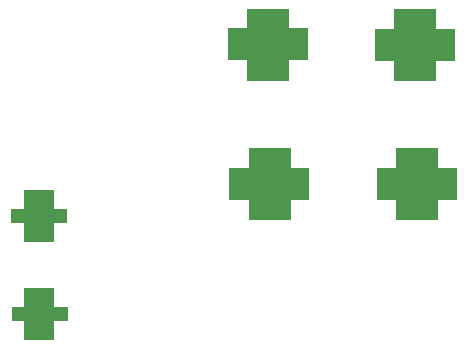
<source format=gbr>
G04 #@! TF.GenerationSoftware,KiCad,Pcbnew,(5.1.5)-3*
G04 #@! TF.CreationDate,2020-04-13T23:59:43-04:00*
G04 #@! TF.ProjectId,Deck_Plate_PCB,4465636b-5f50-46c6-9174-655f5043422e,A*
G04 #@! TF.SameCoordinates,Original*
G04 #@! TF.FileFunction,Paste,Top*
G04 #@! TF.FilePolarity,Positive*
%FSLAX46Y46*%
G04 Gerber Fmt 4.6, Leading zero omitted, Abs format (unit mm)*
G04 Created by KiCad (PCBNEW (5.1.5)-3) date 2020-04-13 23:59:43*
%MOMM*%
%LPD*%
G04 APERTURE LIST*
%ADD10R,3.600000X6.200000*%
%ADD11R,6.800000X2.800000*%
%ADD12R,4.700000X1.300000*%
%ADD13R,2.500000X4.400000*%
G04 APERTURE END LIST*
D10*
X176252000Y-116560000D03*
X188698000Y-116534600D03*
D11*
X176188500Y-116521900D03*
X188710700Y-116572700D03*
D12*
X156829200Y-131075200D03*
X156905400Y-139304800D03*
D13*
X156867300Y-131011700D03*
X156867300Y-139317500D03*
D10*
X176362000Y-128360000D03*
X188808000Y-128334600D03*
D11*
X176298500Y-128321900D03*
X188820700Y-128372700D03*
M02*

</source>
